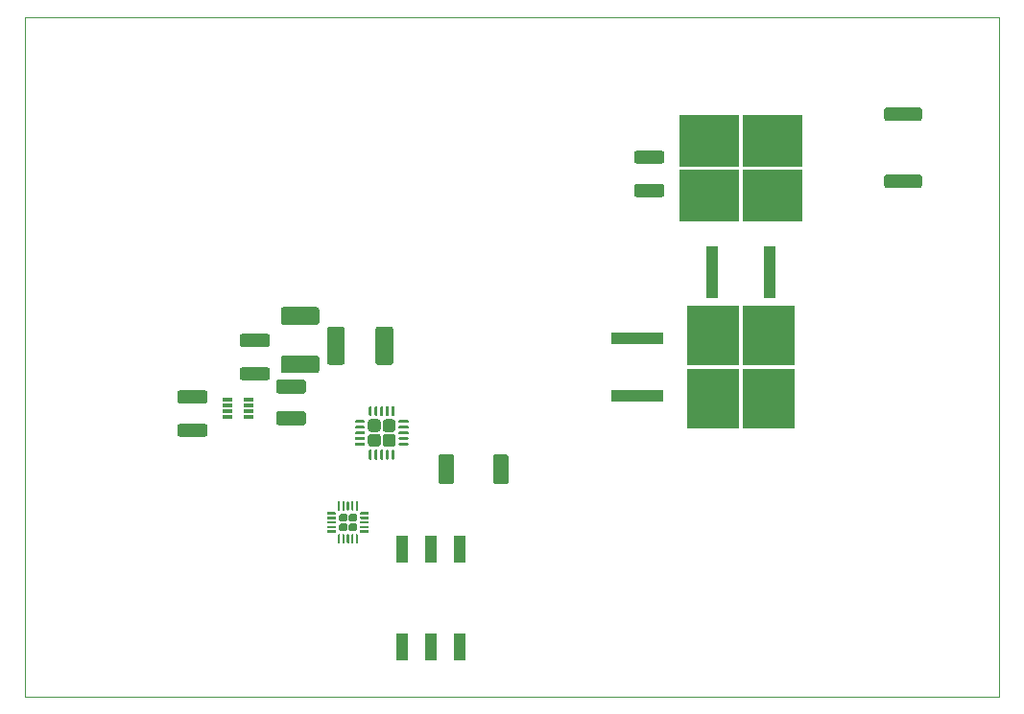
<source format=gbr>
G04 #@! TF.GenerationSoftware,KiCad,Pcbnew,(5.1.9)-1*
G04 #@! TF.CreationDate,2021-07-13T16:50:49-04:00*
G04 #@! TF.ProjectId,Motor Controller 2020,4d6f746f-7220-4436-9f6e-74726f6c6c65,rev?*
G04 #@! TF.SameCoordinates,Original*
G04 #@! TF.FileFunction,Paste,Top*
G04 #@! TF.FilePolarity,Positive*
%FSLAX46Y46*%
G04 Gerber Fmt 4.6, Leading zero omitted, Abs format (unit mm)*
G04 Created by KiCad (PCBNEW (5.1.9)-1) date 2021-07-13 16:50:49*
%MOMM*%
%LPD*%
G01*
G04 APERTURE LIST*
G04 #@! TA.AperFunction,Profile*
%ADD10C,0.050000*%
G04 #@! TD*
%ADD11R,1.120000X2.440000*%
%ADD12C,0.150000*%
%ADD13R,0.850000X0.300000*%
%ADD14R,1.100000X4.600000*%
%ADD15R,5.250000X4.550000*%
%ADD16R,4.600000X1.100000*%
%ADD17R,4.550000X5.250000*%
G04 APERTURE END LIST*
D10*
X174700000Y-102900000D02*
X174700000Y-42900000D01*
X88700000Y-42900000D02*
X174700000Y-42900000D01*
X88700000Y-102900000D02*
X88700000Y-42900000D01*
X88700000Y-102900000D02*
X174700000Y-102900000D01*
G04 #@! TO.C,R4*
G36*
G01*
X131400000Y-81724999D02*
X131400000Y-83875001D01*
G75*
G02*
X131150001Y-84125000I-249999J0D01*
G01*
X130249999Y-84125000D01*
G75*
G02*
X130000000Y-83875001I0J249999D01*
G01*
X130000000Y-81724999D01*
G75*
G02*
X130249999Y-81475000I249999J0D01*
G01*
X131150001Y-81475000D01*
G75*
G02*
X131400000Y-81724999I0J-249999D01*
G01*
G37*
G36*
G01*
X126600000Y-81724999D02*
X126600000Y-83875001D01*
G75*
G02*
X126350001Y-84125000I-249999J0D01*
G01*
X125449999Y-84125000D01*
G75*
G02*
X125200000Y-83875001I0J249999D01*
G01*
X125200000Y-81724999D01*
G75*
G02*
X125449999Y-81475000I249999J0D01*
G01*
X126350001Y-81475000D01*
G75*
G02*
X126600000Y-81724999I0J-249999D01*
G01*
G37*
G04 #@! TD*
D11*
G04 #@! TO.C,SW1*
X121960000Y-98505000D03*
X127040000Y-89895000D03*
X124500000Y-98505000D03*
X124500000Y-89895000D03*
X127040000Y-98505000D03*
X121960000Y-89895000D03*
G04 #@! TD*
G04 #@! TO.C,JP1*
G36*
G01*
X167625001Y-57975000D02*
X164774999Y-57975000D01*
G75*
G02*
X164525000Y-57725001I0J249999D01*
G01*
X164525000Y-56999999D01*
G75*
G02*
X164774999Y-56750000I249999J0D01*
G01*
X167625001Y-56750000D01*
G75*
G02*
X167875000Y-56999999I0J-249999D01*
G01*
X167875000Y-57725001D01*
G75*
G02*
X167625001Y-57975000I-249999J0D01*
G01*
G37*
G36*
G01*
X167625001Y-52050000D02*
X164774999Y-52050000D01*
G75*
G02*
X164525000Y-51800001I0J249999D01*
G01*
X164525000Y-51074999D01*
G75*
G02*
X164774999Y-50825000I249999J0D01*
G01*
X167625001Y-50825000D01*
G75*
G02*
X167875000Y-51074999I0J-249999D01*
G01*
X167875000Y-51800001D01*
G75*
G02*
X167625001Y-52050000I-249999J0D01*
G01*
G37*
G04 #@! TD*
G04 #@! TO.C,C11*
G36*
G01*
X115375000Y-73350002D02*
X115375000Y-70449998D01*
G75*
G02*
X115624998Y-70200000I249998J0D01*
G01*
X116700002Y-70200000D01*
G75*
G02*
X116950000Y-70449998I0J-249998D01*
G01*
X116950000Y-73350002D01*
G75*
G02*
X116700002Y-73600000I-249998J0D01*
G01*
X115624998Y-73600000D01*
G75*
G02*
X115375000Y-73350002I0J249998D01*
G01*
G37*
G36*
G01*
X119650000Y-73350002D02*
X119650000Y-70449998D01*
G75*
G02*
X119899998Y-70200000I249998J0D01*
G01*
X120975002Y-70200000D01*
G75*
G02*
X121225000Y-70449998I0J-249998D01*
G01*
X121225000Y-73350002D01*
G75*
G02*
X120975002Y-73600000I-249998J0D01*
G01*
X119899998Y-73600000D01*
G75*
G02*
X119650000Y-73350002I0J249998D01*
G01*
G37*
G04 #@! TD*
G04 #@! TO.C,U3*
G36*
G01*
X122550000Y-80537500D02*
X122550000Y-80662500D01*
G75*
G02*
X122487500Y-80725000I-62500J0D01*
G01*
X121762500Y-80725000D01*
G75*
G02*
X121700000Y-80662500I0J62500D01*
G01*
X121700000Y-80537500D01*
G75*
G02*
X121762500Y-80475000I62500J0D01*
G01*
X122487500Y-80475000D01*
G75*
G02*
X122550000Y-80537500I0J-62500D01*
G01*
G37*
G36*
G01*
X122550000Y-80037500D02*
X122550000Y-80162500D01*
G75*
G02*
X122487500Y-80225000I-62500J0D01*
G01*
X121762500Y-80225000D01*
G75*
G02*
X121700000Y-80162500I0J62500D01*
G01*
X121700000Y-80037500D01*
G75*
G02*
X121762500Y-79975000I62500J0D01*
G01*
X122487500Y-79975000D01*
G75*
G02*
X122550000Y-80037500I0J-62500D01*
G01*
G37*
G36*
G01*
X122550000Y-79537500D02*
X122550000Y-79662500D01*
G75*
G02*
X122487500Y-79725000I-62500J0D01*
G01*
X121762500Y-79725000D01*
G75*
G02*
X121700000Y-79662500I0J62500D01*
G01*
X121700000Y-79537500D01*
G75*
G02*
X121762500Y-79475000I62500J0D01*
G01*
X122487500Y-79475000D01*
G75*
G02*
X122550000Y-79537500I0J-62500D01*
G01*
G37*
G36*
G01*
X122550000Y-79037500D02*
X122550000Y-79162500D01*
G75*
G02*
X122487500Y-79225000I-62500J0D01*
G01*
X121762500Y-79225000D01*
G75*
G02*
X121700000Y-79162500I0J62500D01*
G01*
X121700000Y-79037500D01*
G75*
G02*
X121762500Y-78975000I62500J0D01*
G01*
X122487500Y-78975000D01*
G75*
G02*
X122550000Y-79037500I0J-62500D01*
G01*
G37*
G36*
G01*
X122550000Y-78537500D02*
X122550000Y-78662500D01*
G75*
G02*
X122487500Y-78725000I-62500J0D01*
G01*
X121762500Y-78725000D01*
G75*
G02*
X121700000Y-78662500I0J62500D01*
G01*
X121700000Y-78537500D01*
G75*
G02*
X121762500Y-78475000I62500J0D01*
G01*
X122487500Y-78475000D01*
G75*
G02*
X122550000Y-78537500I0J-62500D01*
G01*
G37*
G36*
G01*
X121325000Y-77312500D02*
X121325000Y-78037500D01*
G75*
G02*
X121262500Y-78100000I-62500J0D01*
G01*
X121137500Y-78100000D01*
G75*
G02*
X121075000Y-78037500I0J62500D01*
G01*
X121075000Y-77312500D01*
G75*
G02*
X121137500Y-77250000I62500J0D01*
G01*
X121262500Y-77250000D01*
G75*
G02*
X121325000Y-77312500I0J-62500D01*
G01*
G37*
G36*
G01*
X120825000Y-77312500D02*
X120825000Y-78037500D01*
G75*
G02*
X120762500Y-78100000I-62500J0D01*
G01*
X120637500Y-78100000D01*
G75*
G02*
X120575000Y-78037500I0J62500D01*
G01*
X120575000Y-77312500D01*
G75*
G02*
X120637500Y-77250000I62500J0D01*
G01*
X120762500Y-77250000D01*
G75*
G02*
X120825000Y-77312500I0J-62500D01*
G01*
G37*
G36*
G01*
X120325000Y-77312500D02*
X120325000Y-78037500D01*
G75*
G02*
X120262500Y-78100000I-62500J0D01*
G01*
X120137500Y-78100000D01*
G75*
G02*
X120075000Y-78037500I0J62500D01*
G01*
X120075000Y-77312500D01*
G75*
G02*
X120137500Y-77250000I62500J0D01*
G01*
X120262500Y-77250000D01*
G75*
G02*
X120325000Y-77312500I0J-62500D01*
G01*
G37*
G36*
G01*
X119825000Y-77312500D02*
X119825000Y-78037500D01*
G75*
G02*
X119762500Y-78100000I-62500J0D01*
G01*
X119637500Y-78100000D01*
G75*
G02*
X119575000Y-78037500I0J62500D01*
G01*
X119575000Y-77312500D01*
G75*
G02*
X119637500Y-77250000I62500J0D01*
G01*
X119762500Y-77250000D01*
G75*
G02*
X119825000Y-77312500I0J-62500D01*
G01*
G37*
G36*
G01*
X119325000Y-77312500D02*
X119325000Y-78037500D01*
G75*
G02*
X119262500Y-78100000I-62500J0D01*
G01*
X119137500Y-78100000D01*
G75*
G02*
X119075000Y-78037500I0J62500D01*
G01*
X119075000Y-77312500D01*
G75*
G02*
X119137500Y-77250000I62500J0D01*
G01*
X119262500Y-77250000D01*
G75*
G02*
X119325000Y-77312500I0J-62500D01*
G01*
G37*
G36*
G01*
X118700000Y-78537500D02*
X118700000Y-78662500D01*
G75*
G02*
X118637500Y-78725000I-62500J0D01*
G01*
X117912500Y-78725000D01*
G75*
G02*
X117850000Y-78662500I0J62500D01*
G01*
X117850000Y-78537500D01*
G75*
G02*
X117912500Y-78475000I62500J0D01*
G01*
X118637500Y-78475000D01*
G75*
G02*
X118700000Y-78537500I0J-62500D01*
G01*
G37*
G36*
G01*
X118700000Y-79037500D02*
X118700000Y-79162500D01*
G75*
G02*
X118637500Y-79225000I-62500J0D01*
G01*
X117912500Y-79225000D01*
G75*
G02*
X117850000Y-79162500I0J62500D01*
G01*
X117850000Y-79037500D01*
G75*
G02*
X117912500Y-78975000I62500J0D01*
G01*
X118637500Y-78975000D01*
G75*
G02*
X118700000Y-79037500I0J-62500D01*
G01*
G37*
G36*
G01*
X118700000Y-79537500D02*
X118700000Y-79662500D01*
G75*
G02*
X118637500Y-79725000I-62500J0D01*
G01*
X117912500Y-79725000D01*
G75*
G02*
X117850000Y-79662500I0J62500D01*
G01*
X117850000Y-79537500D01*
G75*
G02*
X117912500Y-79475000I62500J0D01*
G01*
X118637500Y-79475000D01*
G75*
G02*
X118700000Y-79537500I0J-62500D01*
G01*
G37*
G36*
G01*
X118700000Y-80037500D02*
X118700000Y-80162500D01*
G75*
G02*
X118637500Y-80225000I-62500J0D01*
G01*
X117912500Y-80225000D01*
G75*
G02*
X117850000Y-80162500I0J62500D01*
G01*
X117850000Y-80037500D01*
G75*
G02*
X117912500Y-79975000I62500J0D01*
G01*
X118637500Y-79975000D01*
G75*
G02*
X118700000Y-80037500I0J-62500D01*
G01*
G37*
G36*
G01*
X118700000Y-80537500D02*
X118700000Y-80662500D01*
G75*
G02*
X118637500Y-80725000I-62500J0D01*
G01*
X117912500Y-80725000D01*
G75*
G02*
X117850000Y-80662500I0J62500D01*
G01*
X117850000Y-80537500D01*
G75*
G02*
X117912500Y-80475000I62500J0D01*
G01*
X118637500Y-80475000D01*
G75*
G02*
X118700000Y-80537500I0J-62500D01*
G01*
G37*
G36*
G01*
X119325000Y-81162500D02*
X119325000Y-81887500D01*
G75*
G02*
X119262500Y-81950000I-62500J0D01*
G01*
X119137500Y-81950000D01*
G75*
G02*
X119075000Y-81887500I0J62500D01*
G01*
X119075000Y-81162500D01*
G75*
G02*
X119137500Y-81100000I62500J0D01*
G01*
X119262500Y-81100000D01*
G75*
G02*
X119325000Y-81162500I0J-62500D01*
G01*
G37*
G36*
G01*
X119825000Y-81162500D02*
X119825000Y-81887500D01*
G75*
G02*
X119762500Y-81950000I-62500J0D01*
G01*
X119637500Y-81950000D01*
G75*
G02*
X119575000Y-81887500I0J62500D01*
G01*
X119575000Y-81162500D01*
G75*
G02*
X119637500Y-81100000I62500J0D01*
G01*
X119762500Y-81100000D01*
G75*
G02*
X119825000Y-81162500I0J-62500D01*
G01*
G37*
G36*
G01*
X120325000Y-81162500D02*
X120325000Y-81887500D01*
G75*
G02*
X120262500Y-81950000I-62500J0D01*
G01*
X120137500Y-81950000D01*
G75*
G02*
X120075000Y-81887500I0J62500D01*
G01*
X120075000Y-81162500D01*
G75*
G02*
X120137500Y-81100000I62500J0D01*
G01*
X120262500Y-81100000D01*
G75*
G02*
X120325000Y-81162500I0J-62500D01*
G01*
G37*
G36*
G01*
X120825000Y-81162500D02*
X120825000Y-81887500D01*
G75*
G02*
X120762500Y-81950000I-62500J0D01*
G01*
X120637500Y-81950000D01*
G75*
G02*
X120575000Y-81887500I0J62500D01*
G01*
X120575000Y-81162500D01*
G75*
G02*
X120637500Y-81100000I62500J0D01*
G01*
X120762500Y-81100000D01*
G75*
G02*
X120825000Y-81162500I0J-62500D01*
G01*
G37*
G36*
G01*
X121325000Y-81162500D02*
X121325000Y-81887500D01*
G75*
G02*
X121262500Y-81950000I-62500J0D01*
G01*
X121137500Y-81950000D01*
G75*
G02*
X121075000Y-81887500I0J62500D01*
G01*
X121075000Y-81162500D01*
G75*
G02*
X121137500Y-81100000I62500J0D01*
G01*
X121262500Y-81100000D01*
G75*
G02*
X121325000Y-81162500I0J-62500D01*
G01*
G37*
G36*
G01*
X121415000Y-79935000D02*
X121415000Y-80565000D01*
G75*
G02*
X121165000Y-80815000I-250000J0D01*
G01*
X120535000Y-80815000D01*
G75*
G02*
X120285000Y-80565000I0J250000D01*
G01*
X120285000Y-79935000D01*
G75*
G02*
X120535000Y-79685000I250000J0D01*
G01*
X121165000Y-79685000D01*
G75*
G02*
X121415000Y-79935000I0J-250000D01*
G01*
G37*
G36*
G01*
X121415000Y-78635000D02*
X121415000Y-79265000D01*
G75*
G02*
X121165000Y-79515000I-250000J0D01*
G01*
X120535000Y-79515000D01*
G75*
G02*
X120285000Y-79265000I0J250000D01*
G01*
X120285000Y-78635000D01*
G75*
G02*
X120535000Y-78385000I250000J0D01*
G01*
X121165000Y-78385000D01*
G75*
G02*
X121415000Y-78635000I0J-250000D01*
G01*
G37*
G36*
G01*
X120115000Y-79935000D02*
X120115000Y-80565000D01*
G75*
G02*
X119865000Y-80815000I-250000J0D01*
G01*
X119235000Y-80815000D01*
G75*
G02*
X118985000Y-80565000I0J250000D01*
G01*
X118985000Y-79935000D01*
G75*
G02*
X119235000Y-79685000I250000J0D01*
G01*
X119865000Y-79685000D01*
G75*
G02*
X120115000Y-79935000I0J-250000D01*
G01*
G37*
G36*
G01*
X120115000Y-78635000D02*
X120115000Y-79265000D01*
G75*
G02*
X119865000Y-79515000I-250000J0D01*
G01*
X119235000Y-79515000D01*
G75*
G02*
X118985000Y-79265000I0J250000D01*
G01*
X118985000Y-78635000D01*
G75*
G02*
X119235000Y-78385000I250000J0D01*
G01*
X119865000Y-78385000D01*
G75*
G02*
X120115000Y-78635000I0J-250000D01*
G01*
G37*
G04 #@! TD*
G04 #@! TO.C,C12*
G36*
G01*
X111549998Y-68475000D02*
X114450002Y-68475000D01*
G75*
G02*
X114700000Y-68724998I0J-249998D01*
G01*
X114700000Y-69800002D01*
G75*
G02*
X114450002Y-70050000I-249998J0D01*
G01*
X111549998Y-70050000D01*
G75*
G02*
X111300000Y-69800002I0J249998D01*
G01*
X111300000Y-68724998D01*
G75*
G02*
X111549998Y-68475000I249998J0D01*
G01*
G37*
G36*
G01*
X111549998Y-72750000D02*
X114450002Y-72750000D01*
G75*
G02*
X114700000Y-72999998I0J-249998D01*
G01*
X114700000Y-74075002D01*
G75*
G02*
X114450002Y-74325000I-249998J0D01*
G01*
X111549998Y-74325000D01*
G75*
G02*
X111300000Y-74075002I0J249998D01*
G01*
X111300000Y-72999998D01*
G75*
G02*
X111549998Y-72750000I249998J0D01*
G01*
G37*
G04 #@! TD*
D12*
G04 #@! TO.C,U2*
G36*
X118361956Y-88399039D02*
G01*
X118352577Y-88396194D01*
X118343932Y-88391573D01*
X118336356Y-88385355D01*
X118285645Y-88334644D01*
X118279427Y-88327068D01*
X118274806Y-88318423D01*
X118271961Y-88309044D01*
X118271000Y-88299289D01*
X118271000Y-88250000D01*
X118271961Y-88240245D01*
X118274806Y-88230866D01*
X118279427Y-88222221D01*
X118285645Y-88214645D01*
X118293221Y-88208427D01*
X118301866Y-88203806D01*
X118311245Y-88200961D01*
X118321000Y-88200000D01*
X119021000Y-88200000D01*
X119030755Y-88200961D01*
X119040134Y-88203806D01*
X119048779Y-88208427D01*
X119056355Y-88214645D01*
X119062573Y-88222221D01*
X119067194Y-88230866D01*
X119070039Y-88240245D01*
X119071000Y-88250000D01*
X119071000Y-88350000D01*
X119070039Y-88359755D01*
X119067194Y-88369134D01*
X119062573Y-88377779D01*
X119056355Y-88385355D01*
X119048779Y-88391573D01*
X119040134Y-88396194D01*
X119030755Y-88399039D01*
X119021000Y-88400000D01*
X118371711Y-88400000D01*
X118361956Y-88399039D01*
G37*
G36*
G01*
X119071000Y-87850000D02*
X119071000Y-87950000D01*
G75*
G02*
X119021000Y-88000000I-50000J0D01*
G01*
X118321000Y-88000000D01*
G75*
G02*
X118271000Y-87950000I0J50000D01*
G01*
X118271000Y-87850000D01*
G75*
G02*
X118321000Y-87800000I50000J0D01*
G01*
X119021000Y-87800000D01*
G75*
G02*
X119071000Y-87850000I0J-50000D01*
G01*
G37*
G36*
G01*
X119071000Y-87450000D02*
X119071000Y-87550000D01*
G75*
G02*
X119021000Y-87600000I-50000J0D01*
G01*
X118321000Y-87600000D01*
G75*
G02*
X118271000Y-87550000I0J50000D01*
G01*
X118271000Y-87450000D01*
G75*
G02*
X118321000Y-87400000I50000J0D01*
G01*
X119021000Y-87400000D01*
G75*
G02*
X119071000Y-87450000I0J-50000D01*
G01*
G37*
G36*
G01*
X119071000Y-87050000D02*
X119071000Y-87150000D01*
G75*
G02*
X119021000Y-87200000I-50000J0D01*
G01*
X118321000Y-87200000D01*
G75*
G02*
X118271000Y-87150000I0J50000D01*
G01*
X118271000Y-87050000D01*
G75*
G02*
X118321000Y-87000000I50000J0D01*
G01*
X119021000Y-87000000D01*
G75*
G02*
X119071000Y-87050000I0J-50000D01*
G01*
G37*
G36*
X118311245Y-86799039D02*
G01*
X118301866Y-86796194D01*
X118293221Y-86791573D01*
X118285645Y-86785355D01*
X118279427Y-86777779D01*
X118274806Y-86769134D01*
X118271961Y-86759755D01*
X118271000Y-86750000D01*
X118271000Y-86700711D01*
X118271961Y-86690956D01*
X118274806Y-86681577D01*
X118279427Y-86672932D01*
X118285645Y-86665356D01*
X118336356Y-86614645D01*
X118343932Y-86608427D01*
X118352577Y-86603806D01*
X118361956Y-86600961D01*
X118371711Y-86600000D01*
X119021000Y-86600000D01*
X119030755Y-86600961D01*
X119040134Y-86603806D01*
X119048779Y-86608427D01*
X119056355Y-86614645D01*
X119062573Y-86622221D01*
X119067194Y-86630866D01*
X119070039Y-86640245D01*
X119071000Y-86650000D01*
X119071000Y-86750000D01*
X119070039Y-86759755D01*
X119067194Y-86769134D01*
X119062573Y-86777779D01*
X119056355Y-86785355D01*
X119048779Y-86791573D01*
X119040134Y-86796194D01*
X119030755Y-86799039D01*
X119021000Y-86800000D01*
X118321000Y-86800000D01*
X118311245Y-86799039D01*
G37*
G36*
X117961245Y-86449039D02*
G01*
X117951866Y-86446194D01*
X117943221Y-86441573D01*
X117935645Y-86435355D01*
X117929427Y-86427779D01*
X117924806Y-86419134D01*
X117921961Y-86409755D01*
X117921000Y-86400000D01*
X117921000Y-85700000D01*
X117921961Y-85690245D01*
X117924806Y-85680866D01*
X117929427Y-85672221D01*
X117935645Y-85664645D01*
X117943221Y-85658427D01*
X117951866Y-85653806D01*
X117961245Y-85650961D01*
X117971000Y-85650000D01*
X118071000Y-85650000D01*
X118080755Y-85650961D01*
X118090134Y-85653806D01*
X118098779Y-85658427D01*
X118106355Y-85664645D01*
X118112573Y-85672221D01*
X118117194Y-85680866D01*
X118120039Y-85690245D01*
X118121000Y-85700000D01*
X118121000Y-86349289D01*
X118120039Y-86359044D01*
X118117194Y-86368423D01*
X118112573Y-86377068D01*
X118106355Y-86384644D01*
X118055644Y-86435355D01*
X118048068Y-86441573D01*
X118039423Y-86446194D01*
X118030044Y-86449039D01*
X118020289Y-86450000D01*
X117971000Y-86450000D01*
X117961245Y-86449039D01*
G37*
G36*
G01*
X117721000Y-85700000D02*
X117721000Y-86400000D01*
G75*
G02*
X117671000Y-86450000I-50000J0D01*
G01*
X117571000Y-86450000D01*
G75*
G02*
X117521000Y-86400000I0J50000D01*
G01*
X117521000Y-85700000D01*
G75*
G02*
X117571000Y-85650000I50000J0D01*
G01*
X117671000Y-85650000D01*
G75*
G02*
X117721000Y-85700000I0J-50000D01*
G01*
G37*
G36*
G01*
X117321000Y-85700000D02*
X117321000Y-86400000D01*
G75*
G02*
X117271000Y-86450000I-50000J0D01*
G01*
X117171000Y-86450000D01*
G75*
G02*
X117121000Y-86400000I0J50000D01*
G01*
X117121000Y-85700000D01*
G75*
G02*
X117171000Y-85650000I50000J0D01*
G01*
X117271000Y-85650000D01*
G75*
G02*
X117321000Y-85700000I0J-50000D01*
G01*
G37*
G36*
G01*
X116921000Y-85700000D02*
X116921000Y-86400000D01*
G75*
G02*
X116871000Y-86450000I-50000J0D01*
G01*
X116771000Y-86450000D01*
G75*
G02*
X116721000Y-86400000I0J50000D01*
G01*
X116721000Y-85700000D01*
G75*
G02*
X116771000Y-85650000I50000J0D01*
G01*
X116871000Y-85650000D01*
G75*
G02*
X116921000Y-85700000I0J-50000D01*
G01*
G37*
G36*
X116411956Y-86449039D02*
G01*
X116402577Y-86446194D01*
X116393932Y-86441573D01*
X116386356Y-86435355D01*
X116335645Y-86384644D01*
X116329427Y-86377068D01*
X116324806Y-86368423D01*
X116321961Y-86359044D01*
X116321000Y-86349289D01*
X116321000Y-85700000D01*
X116321961Y-85690245D01*
X116324806Y-85680866D01*
X116329427Y-85672221D01*
X116335645Y-85664645D01*
X116343221Y-85658427D01*
X116351866Y-85653806D01*
X116361245Y-85650961D01*
X116371000Y-85650000D01*
X116471000Y-85650000D01*
X116480755Y-85650961D01*
X116490134Y-85653806D01*
X116498779Y-85658427D01*
X116506355Y-85664645D01*
X116512573Y-85672221D01*
X116517194Y-85680866D01*
X116520039Y-85690245D01*
X116521000Y-85700000D01*
X116521000Y-86400000D01*
X116520039Y-86409755D01*
X116517194Y-86419134D01*
X116512573Y-86427779D01*
X116506355Y-86435355D01*
X116498779Y-86441573D01*
X116490134Y-86446194D01*
X116480755Y-86449039D01*
X116471000Y-86450000D01*
X116421711Y-86450000D01*
X116411956Y-86449039D01*
G37*
G36*
X115411245Y-86799039D02*
G01*
X115401866Y-86796194D01*
X115393221Y-86791573D01*
X115385645Y-86785355D01*
X115379427Y-86777779D01*
X115374806Y-86769134D01*
X115371961Y-86759755D01*
X115371000Y-86750000D01*
X115371000Y-86650000D01*
X115371961Y-86640245D01*
X115374806Y-86630866D01*
X115379427Y-86622221D01*
X115385645Y-86614645D01*
X115393221Y-86608427D01*
X115401866Y-86603806D01*
X115411245Y-86600961D01*
X115421000Y-86600000D01*
X116070289Y-86600000D01*
X116080044Y-86600961D01*
X116089423Y-86603806D01*
X116098068Y-86608427D01*
X116105644Y-86614645D01*
X116156355Y-86665356D01*
X116162573Y-86672932D01*
X116167194Y-86681577D01*
X116170039Y-86690956D01*
X116171000Y-86700711D01*
X116171000Y-86750000D01*
X116170039Y-86759755D01*
X116167194Y-86769134D01*
X116162573Y-86777779D01*
X116156355Y-86785355D01*
X116148779Y-86791573D01*
X116140134Y-86796194D01*
X116130755Y-86799039D01*
X116121000Y-86800000D01*
X115421000Y-86800000D01*
X115411245Y-86799039D01*
G37*
G36*
G01*
X116171000Y-87050000D02*
X116171000Y-87150000D01*
G75*
G02*
X116121000Y-87200000I-50000J0D01*
G01*
X115421000Y-87200000D01*
G75*
G02*
X115371000Y-87150000I0J50000D01*
G01*
X115371000Y-87050000D01*
G75*
G02*
X115421000Y-87000000I50000J0D01*
G01*
X116121000Y-87000000D01*
G75*
G02*
X116171000Y-87050000I0J-50000D01*
G01*
G37*
G36*
G01*
X116171000Y-87450000D02*
X116171000Y-87550000D01*
G75*
G02*
X116121000Y-87600000I-50000J0D01*
G01*
X115421000Y-87600000D01*
G75*
G02*
X115371000Y-87550000I0J50000D01*
G01*
X115371000Y-87450000D01*
G75*
G02*
X115421000Y-87400000I50000J0D01*
G01*
X116121000Y-87400000D01*
G75*
G02*
X116171000Y-87450000I0J-50000D01*
G01*
G37*
G36*
G01*
X116171000Y-87850000D02*
X116171000Y-87950000D01*
G75*
G02*
X116121000Y-88000000I-50000J0D01*
G01*
X115421000Y-88000000D01*
G75*
G02*
X115371000Y-87950000I0J50000D01*
G01*
X115371000Y-87850000D01*
G75*
G02*
X115421000Y-87800000I50000J0D01*
G01*
X116121000Y-87800000D01*
G75*
G02*
X116171000Y-87850000I0J-50000D01*
G01*
G37*
G36*
X115411245Y-88399039D02*
G01*
X115401866Y-88396194D01*
X115393221Y-88391573D01*
X115385645Y-88385355D01*
X115379427Y-88377779D01*
X115374806Y-88369134D01*
X115371961Y-88359755D01*
X115371000Y-88350000D01*
X115371000Y-88250000D01*
X115371961Y-88240245D01*
X115374806Y-88230866D01*
X115379427Y-88222221D01*
X115385645Y-88214645D01*
X115393221Y-88208427D01*
X115401866Y-88203806D01*
X115411245Y-88200961D01*
X115421000Y-88200000D01*
X116121000Y-88200000D01*
X116130755Y-88200961D01*
X116140134Y-88203806D01*
X116148779Y-88208427D01*
X116156355Y-88214645D01*
X116162573Y-88222221D01*
X116167194Y-88230866D01*
X116170039Y-88240245D01*
X116171000Y-88250000D01*
X116171000Y-88299289D01*
X116170039Y-88309044D01*
X116167194Y-88318423D01*
X116162573Y-88327068D01*
X116156355Y-88334644D01*
X116105644Y-88385355D01*
X116098068Y-88391573D01*
X116089423Y-88396194D01*
X116080044Y-88399039D01*
X116070289Y-88400000D01*
X115421000Y-88400000D01*
X115411245Y-88399039D01*
G37*
G36*
X116361245Y-89349039D02*
G01*
X116351866Y-89346194D01*
X116343221Y-89341573D01*
X116335645Y-89335355D01*
X116329427Y-89327779D01*
X116324806Y-89319134D01*
X116321961Y-89309755D01*
X116321000Y-89300000D01*
X116321000Y-88650711D01*
X116321961Y-88640956D01*
X116324806Y-88631577D01*
X116329427Y-88622932D01*
X116335645Y-88615356D01*
X116386356Y-88564645D01*
X116393932Y-88558427D01*
X116402577Y-88553806D01*
X116411956Y-88550961D01*
X116421711Y-88550000D01*
X116471000Y-88550000D01*
X116480755Y-88550961D01*
X116490134Y-88553806D01*
X116498779Y-88558427D01*
X116506355Y-88564645D01*
X116512573Y-88572221D01*
X116517194Y-88580866D01*
X116520039Y-88590245D01*
X116521000Y-88600000D01*
X116521000Y-89300000D01*
X116520039Y-89309755D01*
X116517194Y-89319134D01*
X116512573Y-89327779D01*
X116506355Y-89335355D01*
X116498779Y-89341573D01*
X116490134Y-89346194D01*
X116480755Y-89349039D01*
X116471000Y-89350000D01*
X116371000Y-89350000D01*
X116361245Y-89349039D01*
G37*
G36*
G01*
X116921000Y-88600000D02*
X116921000Y-89300000D01*
G75*
G02*
X116871000Y-89350000I-50000J0D01*
G01*
X116771000Y-89350000D01*
G75*
G02*
X116721000Y-89300000I0J50000D01*
G01*
X116721000Y-88600000D01*
G75*
G02*
X116771000Y-88550000I50000J0D01*
G01*
X116871000Y-88550000D01*
G75*
G02*
X116921000Y-88600000I0J-50000D01*
G01*
G37*
G36*
G01*
X117321000Y-88600000D02*
X117321000Y-89300000D01*
G75*
G02*
X117271000Y-89350000I-50000J0D01*
G01*
X117171000Y-89350000D01*
G75*
G02*
X117121000Y-89300000I0J50000D01*
G01*
X117121000Y-88600000D01*
G75*
G02*
X117171000Y-88550000I50000J0D01*
G01*
X117271000Y-88550000D01*
G75*
G02*
X117321000Y-88600000I0J-50000D01*
G01*
G37*
G36*
G01*
X117721000Y-88600000D02*
X117721000Y-89300000D01*
G75*
G02*
X117671000Y-89350000I-50000J0D01*
G01*
X117571000Y-89350000D01*
G75*
G02*
X117521000Y-89300000I0J50000D01*
G01*
X117521000Y-88600000D01*
G75*
G02*
X117571000Y-88550000I50000J0D01*
G01*
X117671000Y-88550000D01*
G75*
G02*
X117721000Y-88600000I0J-50000D01*
G01*
G37*
G36*
X117961245Y-89349039D02*
G01*
X117951866Y-89346194D01*
X117943221Y-89341573D01*
X117935645Y-89335355D01*
X117929427Y-89327779D01*
X117924806Y-89319134D01*
X117921961Y-89309755D01*
X117921000Y-89300000D01*
X117921000Y-88600000D01*
X117921961Y-88590245D01*
X117924806Y-88580866D01*
X117929427Y-88572221D01*
X117935645Y-88564645D01*
X117943221Y-88558427D01*
X117951866Y-88553806D01*
X117961245Y-88550961D01*
X117971000Y-88550000D01*
X118020289Y-88550000D01*
X118030044Y-88550961D01*
X118039423Y-88553806D01*
X118048068Y-88558427D01*
X118055644Y-88564645D01*
X118106355Y-88615356D01*
X118112573Y-88622932D01*
X118117194Y-88631577D01*
X118120039Y-88640956D01*
X118121000Y-88650711D01*
X118121000Y-89300000D01*
X118120039Y-89309755D01*
X118117194Y-89319134D01*
X118112573Y-89327779D01*
X118106355Y-89335355D01*
X118098779Y-89341573D01*
X118090134Y-89346194D01*
X118080755Y-89349039D01*
X118071000Y-89350000D01*
X117971000Y-89350000D01*
X117961245Y-89349039D01*
G37*
G36*
G01*
X118016000Y-87740000D02*
X118016000Y-88110000D01*
G75*
G02*
X117831000Y-88295000I-185000J0D01*
G01*
X117461000Y-88295000D01*
G75*
G02*
X117276000Y-88110000I0J185000D01*
G01*
X117276000Y-87740000D01*
G75*
G02*
X117461000Y-87555000I185000J0D01*
G01*
X117831000Y-87555000D01*
G75*
G02*
X118016000Y-87740000I0J-185000D01*
G01*
G37*
G36*
G01*
X118016000Y-86890000D02*
X118016000Y-87260000D01*
G75*
G02*
X117831000Y-87445000I-185000J0D01*
G01*
X117461000Y-87445000D01*
G75*
G02*
X117276000Y-87260000I0J185000D01*
G01*
X117276000Y-86890000D01*
G75*
G02*
X117461000Y-86705000I185000J0D01*
G01*
X117831000Y-86705000D01*
G75*
G02*
X118016000Y-86890000I0J-185000D01*
G01*
G37*
G36*
G01*
X117166000Y-87740000D02*
X117166000Y-88110000D01*
G75*
G02*
X116981000Y-88295000I-185000J0D01*
G01*
X116611000Y-88295000D01*
G75*
G02*
X116426000Y-88110000I0J185000D01*
G01*
X116426000Y-87740000D01*
G75*
G02*
X116611000Y-87555000I185000J0D01*
G01*
X116981000Y-87555000D01*
G75*
G02*
X117166000Y-87740000I0J-185000D01*
G01*
G37*
G36*
G01*
X117166000Y-86890000D02*
X117166000Y-87260000D01*
G75*
G02*
X116981000Y-87445000I-185000J0D01*
G01*
X116611000Y-87445000D01*
G75*
G02*
X116426000Y-87260000I0J185000D01*
G01*
X116426000Y-86890000D01*
G75*
G02*
X116611000Y-86705000I185000J0D01*
G01*
X116981000Y-86705000D01*
G75*
G02*
X117166000Y-86890000I0J-185000D01*
G01*
G37*
G04 #@! TD*
G04 #@! TO.C,C1*
G36*
G01*
X110100001Y-74950000D02*
X107899999Y-74950000D01*
G75*
G02*
X107650000Y-74700001I0J249999D01*
G01*
X107650000Y-74049999D01*
G75*
G02*
X107899999Y-73800000I249999J0D01*
G01*
X110100001Y-73800000D01*
G75*
G02*
X110350000Y-74049999I0J-249999D01*
G01*
X110350000Y-74700001D01*
G75*
G02*
X110100001Y-74950000I-249999J0D01*
G01*
G37*
G36*
G01*
X110100001Y-72000000D02*
X107899999Y-72000000D01*
G75*
G02*
X107650000Y-71750001I0J249999D01*
G01*
X107650000Y-71099999D01*
G75*
G02*
X107899999Y-70850000I249999J0D01*
G01*
X110100001Y-70850000D01*
G75*
G02*
X110350000Y-71099999I0J-249999D01*
G01*
X110350000Y-71750001D01*
G75*
G02*
X110100001Y-72000000I-249999J0D01*
G01*
G37*
G04 #@! TD*
G04 #@! TO.C,C2*
G36*
G01*
X102399999Y-75850000D02*
X104600001Y-75850000D01*
G75*
G02*
X104850000Y-76099999I0J-249999D01*
G01*
X104850000Y-76750001D01*
G75*
G02*
X104600001Y-77000000I-249999J0D01*
G01*
X102399999Y-77000000D01*
G75*
G02*
X102150000Y-76750001I0J249999D01*
G01*
X102150000Y-76099999D01*
G75*
G02*
X102399999Y-75850000I249999J0D01*
G01*
G37*
G36*
G01*
X102399999Y-78800000D02*
X104600001Y-78800000D01*
G75*
G02*
X104850000Y-79049999I0J-249999D01*
G01*
X104850000Y-79700001D01*
G75*
G02*
X104600001Y-79950000I-249999J0D01*
G01*
X102399999Y-79950000D01*
G75*
G02*
X102150000Y-79700001I0J249999D01*
G01*
X102150000Y-79049999D01*
G75*
G02*
X102399999Y-78800000I249999J0D01*
G01*
G37*
G04 #@! TD*
G04 #@! TO.C,L1*
G36*
G01*
X111125000Y-74875000D02*
X113275000Y-74875000D01*
G75*
G02*
X113525000Y-75125000I0J-250000D01*
G01*
X113525000Y-75875000D01*
G75*
G02*
X113275000Y-76125000I-250000J0D01*
G01*
X111125000Y-76125000D01*
G75*
G02*
X110875000Y-75875000I0J250000D01*
G01*
X110875000Y-75125000D01*
G75*
G02*
X111125000Y-74875000I250000J0D01*
G01*
G37*
G36*
G01*
X111125000Y-77675000D02*
X113275000Y-77675000D01*
G75*
G02*
X113525000Y-77925000I0J-250000D01*
G01*
X113525000Y-78675000D01*
G75*
G02*
X113275000Y-78925000I-250000J0D01*
G01*
X111125000Y-78925000D01*
G75*
G02*
X110875000Y-78675000I0J250000D01*
G01*
X110875000Y-77925000D01*
G75*
G02*
X111125000Y-77675000I250000J0D01*
G01*
G37*
G04 #@! TD*
D13*
G04 #@! TO.C,U1*
X106550000Y-76650000D03*
X106550000Y-77150000D03*
X106550000Y-77650000D03*
X106550000Y-78150000D03*
X108450000Y-78150000D03*
X108450000Y-77650000D03*
X108450000Y-77150000D03*
X108450000Y-76650000D03*
G04 #@! TD*
D14*
G04 #@! TO.C,Q1*
X149360000Y-65375000D03*
X154440000Y-65375000D03*
D15*
X154675000Y-53800000D03*
X149125000Y-58650000D03*
X149125000Y-53800000D03*
X154675000Y-58650000D03*
G04 #@! TD*
D16*
G04 #@! TO.C,Q2*
X142725000Y-71260000D03*
X142725000Y-76340000D03*
D17*
X154300000Y-76575000D03*
X149450000Y-71025000D03*
X154300000Y-71025000D03*
X149450000Y-76575000D03*
G04 #@! TD*
G04 #@! TO.C,C5*
G36*
G01*
X142699999Y-57600000D02*
X144900001Y-57600000D01*
G75*
G02*
X145150000Y-57849999I0J-249999D01*
G01*
X145150000Y-58500001D01*
G75*
G02*
X144900001Y-58750000I-249999J0D01*
G01*
X142699999Y-58750000D01*
G75*
G02*
X142450000Y-58500001I0J249999D01*
G01*
X142450000Y-57849999D01*
G75*
G02*
X142699999Y-57600000I249999J0D01*
G01*
G37*
G36*
G01*
X142699999Y-54650000D02*
X144900001Y-54650000D01*
G75*
G02*
X145150000Y-54899999I0J-249999D01*
G01*
X145150000Y-55550001D01*
G75*
G02*
X144900001Y-55800000I-249999J0D01*
G01*
X142699999Y-55800000D01*
G75*
G02*
X142450000Y-55550001I0J249999D01*
G01*
X142450000Y-54899999D01*
G75*
G02*
X142699999Y-54650000I249999J0D01*
G01*
G37*
G04 #@! TD*
M02*

</source>
